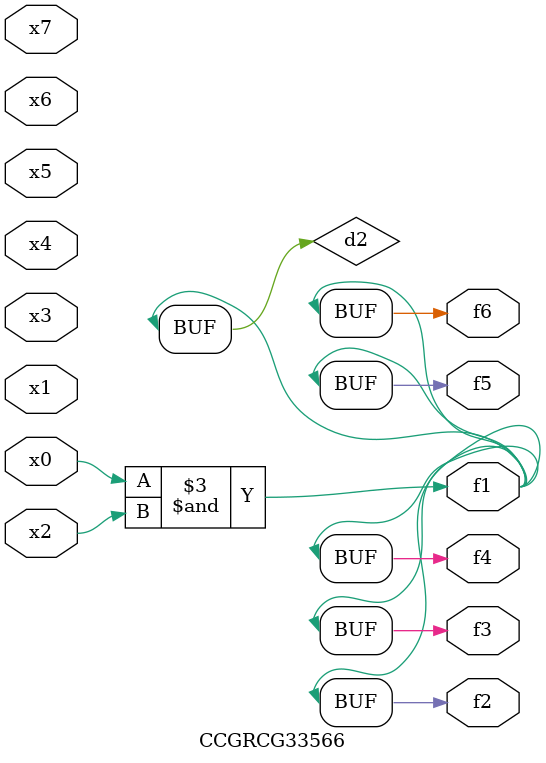
<source format=v>
module CCGRCG33566(
	input x0, x1, x2, x3, x4, x5, x6, x7,
	output f1, f2, f3, f4, f5, f6
);

	wire d1, d2;

	nor (d1, x3, x6);
	and (d2, x0, x2);
	assign f1 = d2;
	assign f2 = d2;
	assign f3 = d2;
	assign f4 = d2;
	assign f5 = d2;
	assign f6 = d2;
endmodule

</source>
